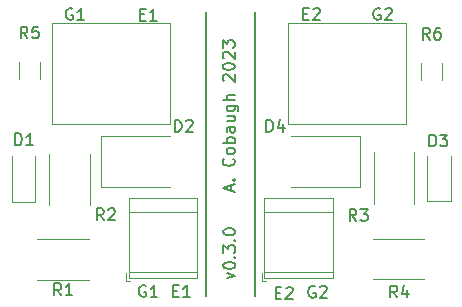
<source format=gbr>
G04 #@! TF.GenerationSoftware,KiCad,Pcbnew,7.0.1*
G04 #@! TF.CreationDate,2023-05-13T21:13:20-04:00*
G04 #@! TF.ProjectId,cm300-board,636d3330-302d-4626-9f61-72642e6b6963,rev?*
G04 #@! TF.SameCoordinates,Original*
G04 #@! TF.FileFunction,Legend,Top*
G04 #@! TF.FilePolarity,Positive*
%FSLAX46Y46*%
G04 Gerber Fmt 4.6, Leading zero omitted, Abs format (unit mm)*
G04 Created by KiCad (PCBNEW 7.0.1) date 2023-05-13 21:13:20*
%MOMM*%
%LPD*%
G01*
G04 APERTURE LIST*
%ADD10C,0.200000*%
%ADD11C,0.150000*%
%ADD12C,0.120000*%
G04 APERTURE END LIST*
D10*
X-988100000Y1058500000D02*
X-988100000Y1034500000D01*
X-983950000Y1058500000D02*
X-983950000Y1034500000D01*
D11*
X-982190475Y1034761190D02*
X-981857142Y1034761190D01*
X-981714285Y1034237380D02*
X-982190475Y1034237380D01*
X-982190475Y1034237380D02*
X-982190475Y1035237380D01*
X-982190475Y1035237380D02*
X-981714285Y1035237380D01*
X-981333332Y1035142142D02*
X-981285713Y1035189761D01*
X-981285713Y1035189761D02*
X-981190475Y1035237380D01*
X-981190475Y1035237380D02*
X-980952380Y1035237380D01*
X-980952380Y1035237380D02*
X-980857142Y1035189761D01*
X-980857142Y1035189761D02*
X-980809523Y1035142142D01*
X-980809523Y1035142142D02*
X-980761904Y1035046904D01*
X-980761904Y1035046904D02*
X-980761904Y1034951666D01*
X-980761904Y1034951666D02*
X-980809523Y1034808809D01*
X-980809523Y1034808809D02*
X-981380951Y1034237380D01*
X-981380951Y1034237380D02*
X-980761904Y1034237380D01*
X-986304047Y1035957143D02*
X-985637380Y1036195238D01*
X-985637380Y1036195238D02*
X-986304047Y1036433333D01*
X-986637380Y1037004762D02*
X-986637380Y1037100000D01*
X-986637380Y1037100000D02*
X-986589761Y1037195238D01*
X-986589761Y1037195238D02*
X-986542142Y1037242857D01*
X-986542142Y1037242857D02*
X-986446904Y1037290476D01*
X-986446904Y1037290476D02*
X-986256428Y1037338095D01*
X-986256428Y1037338095D02*
X-986018333Y1037338095D01*
X-986018333Y1037338095D02*
X-985827857Y1037290476D01*
X-985827857Y1037290476D02*
X-985732619Y1037242857D01*
X-985732619Y1037242857D02*
X-985685000Y1037195238D01*
X-985685000Y1037195238D02*
X-985637380Y1037100000D01*
X-985637380Y1037100000D02*
X-985637380Y1037004762D01*
X-985637380Y1037004762D02*
X-985685000Y1036909524D01*
X-985685000Y1036909524D02*
X-985732619Y1036861905D01*
X-985732619Y1036861905D02*
X-985827857Y1036814286D01*
X-985827857Y1036814286D02*
X-986018333Y1036766667D01*
X-986018333Y1036766667D02*
X-986256428Y1036766667D01*
X-986256428Y1036766667D02*
X-986446904Y1036814286D01*
X-986446904Y1036814286D02*
X-986542142Y1036861905D01*
X-986542142Y1036861905D02*
X-986589761Y1036909524D01*
X-986589761Y1036909524D02*
X-986637380Y1037004762D01*
X-985732619Y1037766667D02*
X-985685000Y1037814286D01*
X-985685000Y1037814286D02*
X-985637380Y1037766667D01*
X-985637380Y1037766667D02*
X-985685000Y1037719048D01*
X-985685000Y1037719048D02*
X-985732619Y1037766667D01*
X-985732619Y1037766667D02*
X-985637380Y1037766667D01*
X-986637380Y1038147619D02*
X-986637380Y1038766666D01*
X-986637380Y1038766666D02*
X-986256428Y1038433333D01*
X-986256428Y1038433333D02*
X-986256428Y1038576190D01*
X-986256428Y1038576190D02*
X-986208809Y1038671428D01*
X-986208809Y1038671428D02*
X-986161190Y1038719047D01*
X-986161190Y1038719047D02*
X-986065952Y1038766666D01*
X-986065952Y1038766666D02*
X-985827857Y1038766666D01*
X-985827857Y1038766666D02*
X-985732619Y1038719047D01*
X-985732619Y1038719047D02*
X-985685000Y1038671428D01*
X-985685000Y1038671428D02*
X-985637380Y1038576190D01*
X-985637380Y1038576190D02*
X-985637380Y1038290476D01*
X-985637380Y1038290476D02*
X-985685000Y1038195238D01*
X-985685000Y1038195238D02*
X-985732619Y1038147619D01*
X-985732619Y1039195238D02*
X-985685000Y1039242857D01*
X-985685000Y1039242857D02*
X-985637380Y1039195238D01*
X-985637380Y1039195238D02*
X-985685000Y1039147619D01*
X-985685000Y1039147619D02*
X-985732619Y1039195238D01*
X-985732619Y1039195238D02*
X-985637380Y1039195238D01*
X-986637380Y1039861904D02*
X-986637380Y1039957142D01*
X-986637380Y1039957142D02*
X-986589761Y1040052380D01*
X-986589761Y1040052380D02*
X-986542142Y1040099999D01*
X-986542142Y1040099999D02*
X-986446904Y1040147618D01*
X-986446904Y1040147618D02*
X-986256428Y1040195237D01*
X-986256428Y1040195237D02*
X-986018333Y1040195237D01*
X-986018333Y1040195237D02*
X-985827857Y1040147618D01*
X-985827857Y1040147618D02*
X-985732619Y1040099999D01*
X-985732619Y1040099999D02*
X-985685000Y1040052380D01*
X-985685000Y1040052380D02*
X-985637380Y1039957142D01*
X-985637380Y1039957142D02*
X-985637380Y1039861904D01*
X-985637380Y1039861904D02*
X-985685000Y1039766666D01*
X-985685000Y1039766666D02*
X-985732619Y1039719047D01*
X-985732619Y1039719047D02*
X-985827857Y1039671428D01*
X-985827857Y1039671428D02*
X-986018333Y1039623809D01*
X-986018333Y1039623809D02*
X-986256428Y1039623809D01*
X-986256428Y1039623809D02*
X-986446904Y1039671428D01*
X-986446904Y1039671428D02*
X-986542142Y1039719047D01*
X-986542142Y1039719047D02*
X-986589761Y1039766666D01*
X-986589761Y1039766666D02*
X-986637380Y1039861904D01*
X-978864285Y1035285761D02*
X-978959523Y1035333380D01*
X-978959523Y1035333380D02*
X-979102380Y1035333380D01*
X-979102380Y1035333380D02*
X-979245237Y1035285761D01*
X-979245237Y1035285761D02*
X-979340475Y1035190523D01*
X-979340475Y1035190523D02*
X-979388094Y1035095285D01*
X-979388094Y1035095285D02*
X-979435713Y1034904809D01*
X-979435713Y1034904809D02*
X-979435713Y1034761952D01*
X-979435713Y1034761952D02*
X-979388094Y1034571476D01*
X-979388094Y1034571476D02*
X-979340475Y1034476238D01*
X-979340475Y1034476238D02*
X-979245237Y1034381000D01*
X-979245237Y1034381000D02*
X-979102380Y1034333380D01*
X-979102380Y1034333380D02*
X-979007142Y1034333380D01*
X-979007142Y1034333380D02*
X-978864285Y1034381000D01*
X-978864285Y1034381000D02*
X-978816666Y1034428619D01*
X-978816666Y1034428619D02*
X-978816666Y1034761952D01*
X-978816666Y1034761952D02*
X-979007142Y1034761952D01*
X-978435713Y1035238142D02*
X-978388094Y1035285761D01*
X-978388094Y1035285761D02*
X-978292856Y1035333380D01*
X-978292856Y1035333380D02*
X-978054761Y1035333380D01*
X-978054761Y1035333380D02*
X-977959523Y1035285761D01*
X-977959523Y1035285761D02*
X-977911904Y1035238142D01*
X-977911904Y1035238142D02*
X-977864285Y1035142904D01*
X-977864285Y1035142904D02*
X-977864285Y1035047666D01*
X-977864285Y1035047666D02*
X-977911904Y1034904809D01*
X-977911904Y1034904809D02*
X-978483332Y1034333380D01*
X-978483332Y1034333380D02*
X-977864285Y1034333380D01*
X-985973095Y1043392857D02*
X-985973095Y1043869047D01*
X-985687380Y1043297619D02*
X-986687380Y1043630952D01*
X-986687380Y1043630952D02*
X-985687380Y1043964285D01*
X-985782619Y1044297619D02*
X-985735000Y1044345238D01*
X-985735000Y1044345238D02*
X-985687380Y1044297619D01*
X-985687380Y1044297619D02*
X-985735000Y1044250000D01*
X-985735000Y1044250000D02*
X-985782619Y1044297619D01*
X-985782619Y1044297619D02*
X-985687380Y1044297619D01*
X-985782619Y1046107142D02*
X-985735000Y1046059523D01*
X-985735000Y1046059523D02*
X-985687380Y1045916666D01*
X-985687380Y1045916666D02*
X-985687380Y1045821428D01*
X-985687380Y1045821428D02*
X-985735000Y1045678571D01*
X-985735000Y1045678571D02*
X-985830238Y1045583333D01*
X-985830238Y1045583333D02*
X-985925476Y1045535714D01*
X-985925476Y1045535714D02*
X-986115952Y1045488095D01*
X-986115952Y1045488095D02*
X-986258809Y1045488095D01*
X-986258809Y1045488095D02*
X-986449285Y1045535714D01*
X-986449285Y1045535714D02*
X-986544523Y1045583333D01*
X-986544523Y1045583333D02*
X-986639761Y1045678571D01*
X-986639761Y1045678571D02*
X-986687380Y1045821428D01*
X-986687380Y1045821428D02*
X-986687380Y1045916666D01*
X-986687380Y1045916666D02*
X-986639761Y1046059523D01*
X-986639761Y1046059523D02*
X-986592142Y1046107142D01*
X-985687380Y1046678571D02*
X-985735000Y1046583333D01*
X-985735000Y1046583333D02*
X-985782619Y1046535714D01*
X-985782619Y1046535714D02*
X-985877857Y1046488095D01*
X-985877857Y1046488095D02*
X-986163571Y1046488095D01*
X-986163571Y1046488095D02*
X-986258809Y1046535714D01*
X-986258809Y1046535714D02*
X-986306428Y1046583333D01*
X-986306428Y1046583333D02*
X-986354047Y1046678571D01*
X-986354047Y1046678571D02*
X-986354047Y1046821428D01*
X-986354047Y1046821428D02*
X-986306428Y1046916666D01*
X-986306428Y1046916666D02*
X-986258809Y1046964285D01*
X-986258809Y1046964285D02*
X-986163571Y1047011904D01*
X-986163571Y1047011904D02*
X-985877857Y1047011904D01*
X-985877857Y1047011904D02*
X-985782619Y1046964285D01*
X-985782619Y1046964285D02*
X-985735000Y1046916666D01*
X-985735000Y1046916666D02*
X-985687380Y1046821428D01*
X-985687380Y1046821428D02*
X-985687380Y1046678571D01*
X-985687380Y1047440476D02*
X-986687380Y1047440476D01*
X-986306428Y1047440476D02*
X-986354047Y1047535714D01*
X-986354047Y1047535714D02*
X-986354047Y1047726190D01*
X-986354047Y1047726190D02*
X-986306428Y1047821428D01*
X-986306428Y1047821428D02*
X-986258809Y1047869047D01*
X-986258809Y1047869047D02*
X-986163571Y1047916666D01*
X-986163571Y1047916666D02*
X-985877857Y1047916666D01*
X-985877857Y1047916666D02*
X-985782619Y1047869047D01*
X-985782619Y1047869047D02*
X-985735000Y1047821428D01*
X-985735000Y1047821428D02*
X-985687380Y1047726190D01*
X-985687380Y1047726190D02*
X-985687380Y1047535714D01*
X-985687380Y1047535714D02*
X-985735000Y1047440476D01*
X-985687380Y1048773809D02*
X-986211190Y1048773809D01*
X-986211190Y1048773809D02*
X-986306428Y1048726190D01*
X-986306428Y1048726190D02*
X-986354047Y1048630952D01*
X-986354047Y1048630952D02*
X-986354047Y1048440476D01*
X-986354047Y1048440476D02*
X-986306428Y1048345238D01*
X-985735000Y1048773809D02*
X-985687380Y1048678571D01*
X-985687380Y1048678571D02*
X-985687380Y1048440476D01*
X-985687380Y1048440476D02*
X-985735000Y1048345238D01*
X-985735000Y1048345238D02*
X-985830238Y1048297619D01*
X-985830238Y1048297619D02*
X-985925476Y1048297619D01*
X-985925476Y1048297619D02*
X-986020714Y1048345238D01*
X-986020714Y1048345238D02*
X-986068333Y1048440476D01*
X-986068333Y1048440476D02*
X-986068333Y1048678571D01*
X-986068333Y1048678571D02*
X-986115952Y1048773809D01*
X-986354047Y1049678571D02*
X-985687380Y1049678571D01*
X-986354047Y1049250000D02*
X-985830238Y1049250000D01*
X-985830238Y1049250000D02*
X-985735000Y1049297619D01*
X-985735000Y1049297619D02*
X-985687380Y1049392857D01*
X-985687380Y1049392857D02*
X-985687380Y1049535714D01*
X-985687380Y1049535714D02*
X-985735000Y1049630952D01*
X-985735000Y1049630952D02*
X-985782619Y1049678571D01*
X-986354047Y1050583333D02*
X-985544523Y1050583333D01*
X-985544523Y1050583333D02*
X-985449285Y1050535714D01*
X-985449285Y1050535714D02*
X-985401666Y1050488095D01*
X-985401666Y1050488095D02*
X-985354047Y1050392857D01*
X-985354047Y1050392857D02*
X-985354047Y1050250000D01*
X-985354047Y1050250000D02*
X-985401666Y1050154762D01*
X-985735000Y1050583333D02*
X-985687380Y1050488095D01*
X-985687380Y1050488095D02*
X-985687380Y1050297619D01*
X-985687380Y1050297619D02*
X-985735000Y1050202381D01*
X-985735000Y1050202381D02*
X-985782619Y1050154762D01*
X-985782619Y1050154762D02*
X-985877857Y1050107143D01*
X-985877857Y1050107143D02*
X-986163571Y1050107143D01*
X-986163571Y1050107143D02*
X-986258809Y1050154762D01*
X-986258809Y1050154762D02*
X-986306428Y1050202381D01*
X-986306428Y1050202381D02*
X-986354047Y1050297619D01*
X-986354047Y1050297619D02*
X-986354047Y1050488095D01*
X-986354047Y1050488095D02*
X-986306428Y1050583333D01*
X-985687380Y1051059524D02*
X-986687380Y1051059524D01*
X-985687380Y1051488095D02*
X-986211190Y1051488095D01*
X-986211190Y1051488095D02*
X-986306428Y1051440476D01*
X-986306428Y1051440476D02*
X-986354047Y1051345238D01*
X-986354047Y1051345238D02*
X-986354047Y1051202381D01*
X-986354047Y1051202381D02*
X-986306428Y1051107143D01*
X-986306428Y1051107143D02*
X-986258809Y1051059524D01*
X-986592142Y1052678572D02*
X-986639761Y1052726191D01*
X-986639761Y1052726191D02*
X-986687380Y1052821429D01*
X-986687380Y1052821429D02*
X-986687380Y1053059524D01*
X-986687380Y1053059524D02*
X-986639761Y1053154762D01*
X-986639761Y1053154762D02*
X-986592142Y1053202381D01*
X-986592142Y1053202381D02*
X-986496904Y1053250000D01*
X-986496904Y1053250000D02*
X-986401666Y1053250000D01*
X-986401666Y1053250000D02*
X-986258809Y1053202381D01*
X-986258809Y1053202381D02*
X-985687380Y1052630953D01*
X-985687380Y1052630953D02*
X-985687380Y1053250000D01*
X-986687380Y1053869048D02*
X-986687380Y1053964286D01*
X-986687380Y1053964286D02*
X-986639761Y1054059524D01*
X-986639761Y1054059524D02*
X-986592142Y1054107143D01*
X-986592142Y1054107143D02*
X-986496904Y1054154762D01*
X-986496904Y1054154762D02*
X-986306428Y1054202381D01*
X-986306428Y1054202381D02*
X-986068333Y1054202381D01*
X-986068333Y1054202381D02*
X-985877857Y1054154762D01*
X-985877857Y1054154762D02*
X-985782619Y1054107143D01*
X-985782619Y1054107143D02*
X-985735000Y1054059524D01*
X-985735000Y1054059524D02*
X-985687380Y1053964286D01*
X-985687380Y1053964286D02*
X-985687380Y1053869048D01*
X-985687380Y1053869048D02*
X-985735000Y1053773810D01*
X-985735000Y1053773810D02*
X-985782619Y1053726191D01*
X-985782619Y1053726191D02*
X-985877857Y1053678572D01*
X-985877857Y1053678572D02*
X-986068333Y1053630953D01*
X-986068333Y1053630953D02*
X-986306428Y1053630953D01*
X-986306428Y1053630953D02*
X-986496904Y1053678572D01*
X-986496904Y1053678572D02*
X-986592142Y1053726191D01*
X-986592142Y1053726191D02*
X-986639761Y1053773810D01*
X-986639761Y1053773810D02*
X-986687380Y1053869048D01*
X-986592142Y1054583334D02*
X-986639761Y1054630953D01*
X-986639761Y1054630953D02*
X-986687380Y1054726191D01*
X-986687380Y1054726191D02*
X-986687380Y1054964286D01*
X-986687380Y1054964286D02*
X-986639761Y1055059524D01*
X-986639761Y1055059524D02*
X-986592142Y1055107143D01*
X-986592142Y1055107143D02*
X-986496904Y1055154762D01*
X-986496904Y1055154762D02*
X-986401666Y1055154762D01*
X-986401666Y1055154762D02*
X-986258809Y1055107143D01*
X-986258809Y1055107143D02*
X-985687380Y1054535715D01*
X-985687380Y1054535715D02*
X-985687380Y1055154762D01*
X-986687380Y1055488096D02*
X-986687380Y1056107143D01*
X-986687380Y1056107143D02*
X-986306428Y1055773810D01*
X-986306428Y1055773810D02*
X-986306428Y1055916667D01*
X-986306428Y1055916667D02*
X-986258809Y1056011905D01*
X-986258809Y1056011905D02*
X-986211190Y1056059524D01*
X-986211190Y1056059524D02*
X-986115952Y1056107143D01*
X-986115952Y1056107143D02*
X-985877857Y1056107143D01*
X-985877857Y1056107143D02*
X-985782619Y1056059524D01*
X-985782619Y1056059524D02*
X-985735000Y1056011905D01*
X-985735000Y1056011905D02*
X-985687380Y1055916667D01*
X-985687380Y1055916667D02*
X-985687380Y1055630953D01*
X-985687380Y1055630953D02*
X-985735000Y1055535715D01*
X-985735000Y1055535715D02*
X-985782619Y1055488096D01*
X-993214285Y1035339761D02*
X-993309523Y1035387380D01*
X-993309523Y1035387380D02*
X-993452380Y1035387380D01*
X-993452380Y1035387380D02*
X-993595237Y1035339761D01*
X-993595237Y1035339761D02*
X-993690475Y1035244523D01*
X-993690475Y1035244523D02*
X-993738094Y1035149285D01*
X-993738094Y1035149285D02*
X-993785713Y1034958809D01*
X-993785713Y1034958809D02*
X-993785713Y1034815952D01*
X-993785713Y1034815952D02*
X-993738094Y1034625476D01*
X-993738094Y1034625476D02*
X-993690475Y1034530238D01*
X-993690475Y1034530238D02*
X-993595237Y1034435000D01*
X-993595237Y1034435000D02*
X-993452380Y1034387380D01*
X-993452380Y1034387380D02*
X-993357142Y1034387380D01*
X-993357142Y1034387380D02*
X-993214285Y1034435000D01*
X-993214285Y1034435000D02*
X-993166666Y1034482619D01*
X-993166666Y1034482619D02*
X-993166666Y1034815952D01*
X-993166666Y1034815952D02*
X-993357142Y1034815952D01*
X-992214285Y1034387380D02*
X-992785713Y1034387380D01*
X-992499999Y1034387380D02*
X-992499999Y1035387380D01*
X-992499999Y1035387380D02*
X-992595237Y1035244523D01*
X-992595237Y1035244523D02*
X-992690475Y1035149285D01*
X-992690475Y1035149285D02*
X-992785713Y1035101666D01*
X-990890475Y1034911190D02*
X-990557142Y1034911190D01*
X-990414285Y1034387380D02*
X-990890475Y1034387380D01*
X-990890475Y1034387380D02*
X-990890475Y1035387380D01*
X-990890475Y1035387380D02*
X-990414285Y1035387380D01*
X-989461904Y1034387380D02*
X-990033332Y1034387380D01*
X-989747618Y1034387380D02*
X-989747618Y1035387380D01*
X-989747618Y1035387380D02*
X-989842856Y1035244523D01*
X-989842856Y1035244523D02*
X-989938094Y1035149285D01*
X-989938094Y1035149285D02*
X-990033332Y1035101666D01*
X-1004253094Y1047239380D02*
X-1004253094Y1048239380D01*
X-1004253094Y1048239380D02*
X-1004014999Y1048239380D01*
X-1004014999Y1048239380D02*
X-1003872142Y1048191761D01*
X-1003872142Y1048191761D02*
X-1003776904Y1048096523D01*
X-1003776904Y1048096523D02*
X-1003729285Y1048001285D01*
X-1003729285Y1048001285D02*
X-1003681666Y1047810809D01*
X-1003681666Y1047810809D02*
X-1003681666Y1047667952D01*
X-1003681666Y1047667952D02*
X-1003729285Y1047477476D01*
X-1003729285Y1047477476D02*
X-1003776904Y1047382238D01*
X-1003776904Y1047382238D02*
X-1003872142Y1047287000D01*
X-1003872142Y1047287000D02*
X-1004014999Y1047239380D01*
X-1004014999Y1047239380D02*
X-1004253094Y1047239380D01*
X-1002729285Y1047239380D02*
X-1003300713Y1047239380D01*
X-1003014999Y1047239380D02*
X-1003014999Y1048239380D01*
X-1003014999Y1048239380D02*
X-1003110237Y1048096523D01*
X-1003110237Y1048096523D02*
X-1003205475Y1048001285D01*
X-1003205475Y1048001285D02*
X-1003300713Y1047953666D01*
X-990738094Y1048387380D02*
X-990738094Y1049387380D01*
X-990738094Y1049387380D02*
X-990499999Y1049387380D01*
X-990499999Y1049387380D02*
X-990357142Y1049339761D01*
X-990357142Y1049339761D02*
X-990261904Y1049244523D01*
X-990261904Y1049244523D02*
X-990214285Y1049149285D01*
X-990214285Y1049149285D02*
X-990166666Y1048958809D01*
X-990166666Y1048958809D02*
X-990166666Y1048815952D01*
X-990166666Y1048815952D02*
X-990214285Y1048625476D01*
X-990214285Y1048625476D02*
X-990261904Y1048530238D01*
X-990261904Y1048530238D02*
X-990357142Y1048435000D01*
X-990357142Y1048435000D02*
X-990499999Y1048387380D01*
X-990499999Y1048387380D02*
X-990738094Y1048387380D01*
X-989785713Y1049292142D02*
X-989738094Y1049339761D01*
X-989738094Y1049339761D02*
X-989642856Y1049387380D01*
X-989642856Y1049387380D02*
X-989404761Y1049387380D01*
X-989404761Y1049387380D02*
X-989309523Y1049339761D01*
X-989309523Y1049339761D02*
X-989261904Y1049292142D01*
X-989261904Y1049292142D02*
X-989214285Y1049196904D01*
X-989214285Y1049196904D02*
X-989214285Y1049101666D01*
X-989214285Y1049101666D02*
X-989261904Y1048958809D01*
X-989261904Y1048958809D02*
X-989833332Y1048387380D01*
X-989833332Y1048387380D02*
X-989214285Y1048387380D01*
X-1000366666Y1034537380D02*
X-1000699999Y1035013571D01*
X-1000938094Y1034537380D02*
X-1000938094Y1035537380D01*
X-1000938094Y1035537380D02*
X-1000557142Y1035537380D01*
X-1000557142Y1035537380D02*
X-1000461904Y1035489761D01*
X-1000461904Y1035489761D02*
X-1000414285Y1035442142D01*
X-1000414285Y1035442142D02*
X-1000366666Y1035346904D01*
X-1000366666Y1035346904D02*
X-1000366666Y1035204047D01*
X-1000366666Y1035204047D02*
X-1000414285Y1035108809D01*
X-1000414285Y1035108809D02*
X-1000461904Y1035061190D01*
X-1000461904Y1035061190D02*
X-1000557142Y1035013571D01*
X-1000557142Y1035013571D02*
X-1000938094Y1035013571D01*
X-999414285Y1034537380D02*
X-999985713Y1034537380D01*
X-999699999Y1034537380D02*
X-999699999Y1035537380D01*
X-999699999Y1035537380D02*
X-999795237Y1035394523D01*
X-999795237Y1035394523D02*
X-999890475Y1035299285D01*
X-999890475Y1035299285D02*
X-999985713Y1035251666D01*
X-996766666Y1040887380D02*
X-997099999Y1041363571D01*
X-997338094Y1040887380D02*
X-997338094Y1041887380D01*
X-997338094Y1041887380D02*
X-996957142Y1041887380D01*
X-996957142Y1041887380D02*
X-996861904Y1041839761D01*
X-996861904Y1041839761D02*
X-996814285Y1041792142D01*
X-996814285Y1041792142D02*
X-996766666Y1041696904D01*
X-996766666Y1041696904D02*
X-996766666Y1041554047D01*
X-996766666Y1041554047D02*
X-996814285Y1041458809D01*
X-996814285Y1041458809D02*
X-996861904Y1041411190D01*
X-996861904Y1041411190D02*
X-996957142Y1041363571D01*
X-996957142Y1041363571D02*
X-997338094Y1041363571D01*
X-996385713Y1041792142D02*
X-996338094Y1041839761D01*
X-996338094Y1041839761D02*
X-996242856Y1041887380D01*
X-996242856Y1041887380D02*
X-996004761Y1041887380D01*
X-996004761Y1041887380D02*
X-995909523Y1041839761D01*
X-995909523Y1041839761D02*
X-995861904Y1041792142D01*
X-995861904Y1041792142D02*
X-995814285Y1041696904D01*
X-995814285Y1041696904D02*
X-995814285Y1041601666D01*
X-995814285Y1041601666D02*
X-995861904Y1041458809D01*
X-995861904Y1041458809D02*
X-996433332Y1040887380D01*
X-996433332Y1040887380D02*
X-995814285Y1040887380D01*
X-969188094Y1047147380D02*
X-969188094Y1048147380D01*
X-969188094Y1048147380D02*
X-968949999Y1048147380D01*
X-968949999Y1048147380D02*
X-968807142Y1048099761D01*
X-968807142Y1048099761D02*
X-968711904Y1048004523D01*
X-968711904Y1048004523D02*
X-968664285Y1047909285D01*
X-968664285Y1047909285D02*
X-968616666Y1047718809D01*
X-968616666Y1047718809D02*
X-968616666Y1047575952D01*
X-968616666Y1047575952D02*
X-968664285Y1047385476D01*
X-968664285Y1047385476D02*
X-968711904Y1047290238D01*
X-968711904Y1047290238D02*
X-968807142Y1047195000D01*
X-968807142Y1047195000D02*
X-968949999Y1047147380D01*
X-968949999Y1047147380D02*
X-969188094Y1047147380D01*
X-968283332Y1048147380D02*
X-967664285Y1048147380D01*
X-967664285Y1048147380D02*
X-967997618Y1047766428D01*
X-967997618Y1047766428D02*
X-967854761Y1047766428D01*
X-967854761Y1047766428D02*
X-967759523Y1047718809D01*
X-967759523Y1047718809D02*
X-967711904Y1047671190D01*
X-967711904Y1047671190D02*
X-967664285Y1047575952D01*
X-967664285Y1047575952D02*
X-967664285Y1047337857D01*
X-967664285Y1047337857D02*
X-967711904Y1047242619D01*
X-967711904Y1047242619D02*
X-967759523Y1047195000D01*
X-967759523Y1047195000D02*
X-967854761Y1047147380D01*
X-967854761Y1047147380D02*
X-968140475Y1047147380D01*
X-968140475Y1047147380D02*
X-968235713Y1047195000D01*
X-968235713Y1047195000D02*
X-968283332Y1047242619D01*
X-982988094Y1048387380D02*
X-982988094Y1049387380D01*
X-982988094Y1049387380D02*
X-982749999Y1049387380D01*
X-982749999Y1049387380D02*
X-982607142Y1049339761D01*
X-982607142Y1049339761D02*
X-982511904Y1049244523D01*
X-982511904Y1049244523D02*
X-982464285Y1049149285D01*
X-982464285Y1049149285D02*
X-982416666Y1048958809D01*
X-982416666Y1048958809D02*
X-982416666Y1048815952D01*
X-982416666Y1048815952D02*
X-982464285Y1048625476D01*
X-982464285Y1048625476D02*
X-982511904Y1048530238D01*
X-982511904Y1048530238D02*
X-982607142Y1048435000D01*
X-982607142Y1048435000D02*
X-982749999Y1048387380D01*
X-982749999Y1048387380D02*
X-982988094Y1048387380D01*
X-981559523Y1049054047D02*
X-981559523Y1048387380D01*
X-981797618Y1049435000D02*
X-982035713Y1048720714D01*
X-982035713Y1048720714D02*
X-981416666Y1048720714D01*
X-973364285Y1058789761D02*
X-973459523Y1058837380D01*
X-973459523Y1058837380D02*
X-973602380Y1058837380D01*
X-973602380Y1058837380D02*
X-973745237Y1058789761D01*
X-973745237Y1058789761D02*
X-973840475Y1058694523D01*
X-973840475Y1058694523D02*
X-973888094Y1058599285D01*
X-973888094Y1058599285D02*
X-973935713Y1058408809D01*
X-973935713Y1058408809D02*
X-973935713Y1058265952D01*
X-973935713Y1058265952D02*
X-973888094Y1058075476D01*
X-973888094Y1058075476D02*
X-973840475Y1057980238D01*
X-973840475Y1057980238D02*
X-973745237Y1057885000D01*
X-973745237Y1057885000D02*
X-973602380Y1057837380D01*
X-973602380Y1057837380D02*
X-973507142Y1057837380D01*
X-973507142Y1057837380D02*
X-973364285Y1057885000D01*
X-973364285Y1057885000D02*
X-973316666Y1057932619D01*
X-973316666Y1057932619D02*
X-973316666Y1058265952D01*
X-973316666Y1058265952D02*
X-973507142Y1058265952D01*
X-972935713Y1058742142D02*
X-972888094Y1058789761D01*
X-972888094Y1058789761D02*
X-972792856Y1058837380D01*
X-972792856Y1058837380D02*
X-972554761Y1058837380D01*
X-972554761Y1058837380D02*
X-972459523Y1058789761D01*
X-972459523Y1058789761D02*
X-972411904Y1058742142D01*
X-972411904Y1058742142D02*
X-972364285Y1058646904D01*
X-972364285Y1058646904D02*
X-972364285Y1058551666D01*
X-972364285Y1058551666D02*
X-972411904Y1058408809D01*
X-972411904Y1058408809D02*
X-972983332Y1057837380D01*
X-972983332Y1057837380D02*
X-972364285Y1057837380D01*
X-999414285Y1058789761D02*
X-999509523Y1058837380D01*
X-999509523Y1058837380D02*
X-999652380Y1058837380D01*
X-999652380Y1058837380D02*
X-999795237Y1058789761D01*
X-999795237Y1058789761D02*
X-999890475Y1058694523D01*
X-999890475Y1058694523D02*
X-999938094Y1058599285D01*
X-999938094Y1058599285D02*
X-999985713Y1058408809D01*
X-999985713Y1058408809D02*
X-999985713Y1058265952D01*
X-999985713Y1058265952D02*
X-999938094Y1058075476D01*
X-999938094Y1058075476D02*
X-999890475Y1057980238D01*
X-999890475Y1057980238D02*
X-999795237Y1057885000D01*
X-999795237Y1057885000D02*
X-999652380Y1057837380D01*
X-999652380Y1057837380D02*
X-999557142Y1057837380D01*
X-999557142Y1057837380D02*
X-999414285Y1057885000D01*
X-999414285Y1057885000D02*
X-999366666Y1057932619D01*
X-999366666Y1057932619D02*
X-999366666Y1058265952D01*
X-999366666Y1058265952D02*
X-999557142Y1058265952D01*
X-998414285Y1057837380D02*
X-998985713Y1057837380D01*
X-998699999Y1057837380D02*
X-998699999Y1058837380D01*
X-998699999Y1058837380D02*
X-998795237Y1058694523D01*
X-998795237Y1058694523D02*
X-998890475Y1058599285D01*
X-998890475Y1058599285D02*
X-998985713Y1058551666D01*
X-979890475Y1058361190D02*
X-979557142Y1058361190D01*
X-979414285Y1057837380D02*
X-979890475Y1057837380D01*
X-979890475Y1057837380D02*
X-979890475Y1058837380D01*
X-979890475Y1058837380D02*
X-979414285Y1058837380D01*
X-979033332Y1058742142D02*
X-978985713Y1058789761D01*
X-978985713Y1058789761D02*
X-978890475Y1058837380D01*
X-978890475Y1058837380D02*
X-978652380Y1058837380D01*
X-978652380Y1058837380D02*
X-978557142Y1058789761D01*
X-978557142Y1058789761D02*
X-978509523Y1058742142D01*
X-978509523Y1058742142D02*
X-978461904Y1058646904D01*
X-978461904Y1058646904D02*
X-978461904Y1058551666D01*
X-978461904Y1058551666D02*
X-978509523Y1058408809D01*
X-978509523Y1058408809D02*
X-979080951Y1057837380D01*
X-979080951Y1057837380D02*
X-978461904Y1057837380D01*
X-993690475Y1058311190D02*
X-993357142Y1058311190D01*
X-993214285Y1057787380D02*
X-993690475Y1057787380D01*
X-993690475Y1057787380D02*
X-993690475Y1058787380D01*
X-993690475Y1058787380D02*
X-993214285Y1058787380D01*
X-992261904Y1057787380D02*
X-992833332Y1057787380D01*
X-992547618Y1057787380D02*
X-992547618Y1058787380D01*
X-992547618Y1058787380D02*
X-992642856Y1058644523D01*
X-992642856Y1058644523D02*
X-992738094Y1058549285D01*
X-992738094Y1058549285D02*
X-992833332Y1058501666D01*
X-975366666Y1040837380D02*
X-975699999Y1041313571D01*
X-975938094Y1040837380D02*
X-975938094Y1041837380D01*
X-975938094Y1041837380D02*
X-975557142Y1041837380D01*
X-975557142Y1041837380D02*
X-975461904Y1041789761D01*
X-975461904Y1041789761D02*
X-975414285Y1041742142D01*
X-975414285Y1041742142D02*
X-975366666Y1041646904D01*
X-975366666Y1041646904D02*
X-975366666Y1041504047D01*
X-975366666Y1041504047D02*
X-975414285Y1041408809D01*
X-975414285Y1041408809D02*
X-975461904Y1041361190D01*
X-975461904Y1041361190D02*
X-975557142Y1041313571D01*
X-975557142Y1041313571D02*
X-975938094Y1041313571D01*
X-975033332Y1041837380D02*
X-974414285Y1041837380D01*
X-974414285Y1041837380D02*
X-974747618Y1041456428D01*
X-974747618Y1041456428D02*
X-974604761Y1041456428D01*
X-974604761Y1041456428D02*
X-974509523Y1041408809D01*
X-974509523Y1041408809D02*
X-974461904Y1041361190D01*
X-974461904Y1041361190D02*
X-974414285Y1041265952D01*
X-974414285Y1041265952D02*
X-974414285Y1041027857D01*
X-974414285Y1041027857D02*
X-974461904Y1040932619D01*
X-974461904Y1040932619D02*
X-974509523Y1040885000D01*
X-974509523Y1040885000D02*
X-974604761Y1040837380D01*
X-974604761Y1040837380D02*
X-974890475Y1040837380D01*
X-974890475Y1040837380D02*
X-974985713Y1040885000D01*
X-974985713Y1040885000D02*
X-975033332Y1040932619D01*
X-971916666Y1034347380D02*
X-972249999Y1034823571D01*
X-972488094Y1034347380D02*
X-972488094Y1035347380D01*
X-972488094Y1035347380D02*
X-972107142Y1035347380D01*
X-972107142Y1035347380D02*
X-972011904Y1035299761D01*
X-972011904Y1035299761D02*
X-971964285Y1035252142D01*
X-971964285Y1035252142D02*
X-971916666Y1035156904D01*
X-971916666Y1035156904D02*
X-971916666Y1035014047D01*
X-971916666Y1035014047D02*
X-971964285Y1034918809D01*
X-971964285Y1034918809D02*
X-972011904Y1034871190D01*
X-972011904Y1034871190D02*
X-972107142Y1034823571D01*
X-972107142Y1034823571D02*
X-972488094Y1034823571D01*
X-971059523Y1035014047D02*
X-971059523Y1034347380D01*
X-971297618Y1035395000D02*
X-971535713Y1034680714D01*
X-971535713Y1034680714D02*
X-970916666Y1034680714D01*
X-969166666Y1056187380D02*
X-969499999Y1056663571D01*
X-969738094Y1056187380D02*
X-969738094Y1057187380D01*
X-969738094Y1057187380D02*
X-969357142Y1057187380D01*
X-969357142Y1057187380D02*
X-969261904Y1057139761D01*
X-969261904Y1057139761D02*
X-969214285Y1057092142D01*
X-969214285Y1057092142D02*
X-969166666Y1056996904D01*
X-969166666Y1056996904D02*
X-969166666Y1056854047D01*
X-969166666Y1056854047D02*
X-969214285Y1056758809D01*
X-969214285Y1056758809D02*
X-969261904Y1056711190D01*
X-969261904Y1056711190D02*
X-969357142Y1056663571D01*
X-969357142Y1056663571D02*
X-969738094Y1056663571D01*
X-968309523Y1057187380D02*
X-968499999Y1057187380D01*
X-968499999Y1057187380D02*
X-968595237Y1057139761D01*
X-968595237Y1057139761D02*
X-968642856Y1057092142D01*
X-968642856Y1057092142D02*
X-968738094Y1056949285D01*
X-968738094Y1056949285D02*
X-968785713Y1056758809D01*
X-968785713Y1056758809D02*
X-968785713Y1056377857D01*
X-968785713Y1056377857D02*
X-968738094Y1056282619D01*
X-968738094Y1056282619D02*
X-968690475Y1056235000D01*
X-968690475Y1056235000D02*
X-968595237Y1056187380D01*
X-968595237Y1056187380D02*
X-968404761Y1056187380D01*
X-968404761Y1056187380D02*
X-968309523Y1056235000D01*
X-968309523Y1056235000D02*
X-968261904Y1056282619D01*
X-968261904Y1056282619D02*
X-968214285Y1056377857D01*
X-968214285Y1056377857D02*
X-968214285Y1056615952D01*
X-968214285Y1056615952D02*
X-968261904Y1056711190D01*
X-968261904Y1056711190D02*
X-968309523Y1056758809D01*
X-968309523Y1056758809D02*
X-968404761Y1056806428D01*
X-968404761Y1056806428D02*
X-968595237Y1056806428D01*
X-968595237Y1056806428D02*
X-968690475Y1056758809D01*
X-968690475Y1056758809D02*
X-968738094Y1056711190D01*
X-968738094Y1056711190D02*
X-968785713Y1056615952D01*
X-1003216666Y1056287380D02*
X-1003549999Y1056763571D01*
X-1003788094Y1056287380D02*
X-1003788094Y1057287380D01*
X-1003788094Y1057287380D02*
X-1003407142Y1057287380D01*
X-1003407142Y1057287380D02*
X-1003311904Y1057239761D01*
X-1003311904Y1057239761D02*
X-1003264285Y1057192142D01*
X-1003264285Y1057192142D02*
X-1003216666Y1057096904D01*
X-1003216666Y1057096904D02*
X-1003216666Y1056954047D01*
X-1003216666Y1056954047D02*
X-1003264285Y1056858809D01*
X-1003264285Y1056858809D02*
X-1003311904Y1056811190D01*
X-1003311904Y1056811190D02*
X-1003407142Y1056763571D01*
X-1003407142Y1056763571D02*
X-1003788094Y1056763571D01*
X-1002311904Y1057287380D02*
X-1002788094Y1057287380D01*
X-1002788094Y1057287380D02*
X-1002835713Y1056811190D01*
X-1002835713Y1056811190D02*
X-1002788094Y1056858809D01*
X-1002788094Y1056858809D02*
X-1002692856Y1056906428D01*
X-1002692856Y1056906428D02*
X-1002454761Y1056906428D01*
X-1002454761Y1056906428D02*
X-1002359523Y1056858809D01*
X-1002359523Y1056858809D02*
X-1002311904Y1056811190D01*
X-1002311904Y1056811190D02*
X-1002264285Y1056715952D01*
X-1002264285Y1056715952D02*
X-1002264285Y1056477857D01*
X-1002264285Y1056477857D02*
X-1002311904Y1056382619D01*
X-1002311904Y1056382619D02*
X-1002359523Y1056335000D01*
X-1002359523Y1056335000D02*
X-1002454761Y1056287380D01*
X-1002454761Y1056287380D02*
X-1002692856Y1056287380D01*
X-1002692856Y1056287380D02*
X-1002788094Y1056335000D01*
X-1002788094Y1056335000D02*
X-1002835713Y1056382619D01*
D12*
X-1004550000Y1042440000D02*
X-1002550000Y1042440000D01*
X-1004550000Y1042440000D02*
X-1004550000Y1046300000D01*
X-1002550000Y1042440000D02*
X-1002550000Y1046300000D01*
X-996960000Y1047995000D02*
X-996960000Y1043695000D01*
X-996960000Y1047995000D02*
X-991150000Y1047995000D01*
X-996960000Y1043695000D02*
X-991150000Y1043695000D01*
X-994900000Y1036398000D02*
X-994900000Y1035758000D01*
X-994900000Y1035758000D02*
X-994500000Y1035758000D01*
X-994660000Y1042738000D02*
X-994660000Y1035998000D01*
X-994660000Y1042738000D02*
X-988880000Y1042738000D01*
X-994660000Y1041618000D02*
X-988880000Y1041618000D01*
X-994660000Y1036518000D02*
X-988880000Y1036518000D01*
X-994660000Y1035998000D02*
X-988880000Y1035998000D01*
X-988880000Y1042738000D02*
X-988880000Y1035998000D01*
X-1002377064Y1039260000D02*
X-998022936Y1039260000D01*
X-1002377064Y1035840000D02*
X-998022936Y1035840000D01*
X-997940000Y1046527064D02*
X-997940000Y1042172936D01*
X-1001360000Y1046527064D02*
X-1001360000Y1042172936D01*
X-969375000Y1042495000D02*
X-967375000Y1042495000D01*
X-969375000Y1042495000D02*
X-969375000Y1046355000D01*
X-967375000Y1042495000D02*
X-967375000Y1046355000D01*
X-975090000Y1043700000D02*
X-975090000Y1048000000D01*
X-975090000Y1043700000D02*
X-980900000Y1043700000D01*
X-975090000Y1048000000D02*
X-980900000Y1048000000D01*
X-1001140000Y1057560000D02*
X-1001140000Y1049060000D01*
X-1001140000Y1057560000D02*
X-991140000Y1057560000D01*
X-1001140000Y1049060000D02*
X-991140000Y1049060000D01*
X-991140000Y1057560000D02*
X-991140000Y1049060000D01*
X-981140000Y1057560000D02*
X-981140000Y1049060000D01*
X-981140000Y1057560000D02*
X-971140000Y1057560000D01*
X-981140000Y1049060000D02*
X-971140000Y1049060000D01*
X-971140000Y1049060000D02*
X-971140000Y1057560000D01*
X-970475000Y1046627064D02*
X-970475000Y1042272936D01*
X-973895000Y1046627064D02*
X-973895000Y1042272936D01*
X-969622936Y1035890000D02*
X-973977064Y1035890000D01*
X-969622936Y1039310000D02*
X-973977064Y1039310000D01*
X-983400000Y1036398000D02*
X-983400000Y1035758000D01*
X-983400000Y1035758000D02*
X-983000000Y1035758000D01*
X-983160000Y1042738000D02*
X-983160000Y1035998000D01*
X-983160000Y1042738000D02*
X-977380000Y1042738000D01*
X-983160000Y1041618000D02*
X-977380000Y1041618000D01*
X-983160000Y1036518000D02*
X-977380000Y1036518000D01*
X-983160000Y1035998000D02*
X-977380000Y1035998000D01*
X-977380000Y1042738000D02*
X-977380000Y1035998000D01*
X-968090000Y1054227064D02*
X-968090000Y1052772936D01*
X-969910000Y1054227064D02*
X-969910000Y1052772936D01*
X-1003960000Y1052822936D02*
X-1003960000Y1054277064D01*
X-1002140000Y1052822936D02*
X-1002140000Y1054277064D01*
M02*

</source>
